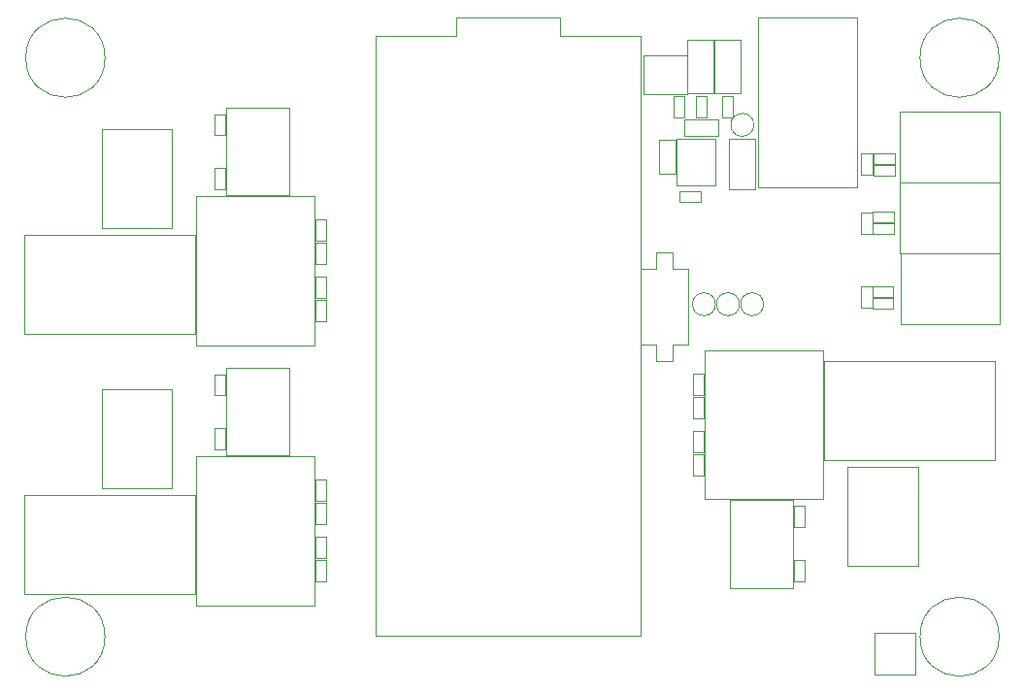
<source format=gbr>
%TF.GenerationSoftware,KiCad,Pcbnew,8.0.6+1*%
%TF.CreationDate,2024-11-30T04:25:24-08:00*%
%TF.ProjectId,pico-logic-analyzer,7069636f-2d6c-46f6-9769-632d616e616c,rev?*%
%TF.SameCoordinates,Original*%
%TF.FileFunction,Other,User*%
%FSLAX46Y46*%
G04 Gerber Fmt 4.6, Leading zero omitted, Abs format (unit mm)*
G04 Created by KiCad (PCBNEW 8.0.6+1) date 2024-11-30 04:25:24*
%MOMM*%
%LPD*%
G01*
G04 APERTURE LIST*
%ADD10C,0.050000*%
G04 APERTURE END LIST*
D10*
%TO.C,SW1*%
X179650000Y-73950000D02*
X181000000Y-73950000D01*
X179650000Y-80550000D02*
X179650000Y-73950000D01*
X181000000Y-72500000D02*
X182500000Y-72500000D01*
X181000000Y-73950000D02*
X181000000Y-72500000D01*
X181000000Y-80550000D02*
X179650000Y-80550000D01*
X181000000Y-82000000D02*
X181000000Y-80550000D01*
X182500000Y-72500000D02*
X182500000Y-73950000D01*
X182500000Y-73950000D02*
X183850000Y-73950000D01*
X182500000Y-80550000D02*
X182500000Y-82000000D01*
X182500000Y-82000000D02*
X181000000Y-82000000D01*
X183850000Y-73950000D02*
X183850000Y-80550000D01*
X183850000Y-80550000D02*
X182500000Y-80550000D01*
%TO.C,D1*%
X186100000Y-53900000D02*
X188400000Y-53900000D01*
X186100000Y-58600000D02*
X186100000Y-53900000D01*
X186100000Y-58600000D02*
X188400000Y-58600000D01*
X188400000Y-53900000D02*
X188400000Y-58600000D01*
%TO.C,R16*%
X198930000Y-63870000D02*
X199870000Y-63870000D01*
X198930000Y-65730000D02*
X198930000Y-63870000D01*
X199870000Y-63870000D02*
X199870000Y-65730000D01*
X199870000Y-65730000D02*
X198930000Y-65730000D01*
%TO.C,TP2*%
X186200000Y-77000000D02*
G75*
G02*
X184200000Y-77000000I-1000000J0D01*
G01*
X184200000Y-77000000D02*
G75*
G02*
X186200000Y-77000000I1000000J0D01*
G01*
%TO.C,U4*%
X143550000Y-59822500D02*
X143550000Y-67522500D01*
X143550000Y-67522500D02*
X149050000Y-67522500D01*
X149050000Y-59822500D02*
X143550000Y-59822500D01*
X149050000Y-67522500D02*
X149050000Y-59822500D01*
%TO.C,R2*%
X184530000Y-58830000D02*
X185470000Y-58830000D01*
X184530000Y-60690000D02*
X184530000Y-58830000D01*
X185470000Y-58830000D02*
X185470000Y-60690000D01*
X185470000Y-60690000D02*
X184530000Y-60690000D01*
%TO.C,J11*%
X200050000Y-105700000D02*
X200050000Y-109300000D01*
X200050000Y-109300000D02*
X203650000Y-109300000D01*
X203650000Y-105700000D02*
X200050000Y-105700000D01*
X203650000Y-109300000D02*
X203650000Y-105700000D01*
%TO.C,J5*%
X125950000Y-70930000D02*
X125950000Y-79580000D01*
X125950000Y-79580000D02*
X140800000Y-79580000D01*
X140800000Y-70930000D02*
X125950000Y-70930000D01*
X140800000Y-79580000D02*
X140800000Y-70930000D01*
%TO.C,U2*%
X179892500Y-55250000D02*
X179892500Y-58650000D01*
X179892500Y-58650000D02*
X183732500Y-58650000D01*
X183732500Y-55250000D02*
X179892500Y-55250000D01*
X183732500Y-58650000D02*
X183732500Y-55250000D01*
%TO.C,J1*%
X189940000Y-51950000D02*
X189940000Y-66800000D01*
X189940000Y-66800000D02*
X198590000Y-66800000D01*
X198590000Y-51950000D02*
X189940000Y-51950000D01*
X198590000Y-66800000D02*
X198590000Y-51950000D01*
%TO.C,C6*%
X142540000Y-65130000D02*
X143460000Y-65130000D01*
X142540000Y-66950000D02*
X142540000Y-65130000D01*
X143460000Y-65130000D02*
X143460000Y-66950000D01*
X143460000Y-66950000D02*
X142540000Y-66950000D01*
%TO.C,U3*%
X143550000Y-82512500D02*
X143550000Y-90212500D01*
X143550000Y-90212500D02*
X149050000Y-90212500D01*
X149050000Y-82512500D02*
X143550000Y-82512500D01*
X149050000Y-90212500D02*
X149050000Y-82512500D01*
%TO.C,R13*%
X184280000Y-88070000D02*
X185220000Y-88070000D01*
X184280000Y-89930000D02*
X184280000Y-88070000D01*
X185220000Y-88070000D02*
X185220000Y-89930000D01*
X185220000Y-89930000D02*
X184280000Y-89930000D01*
%TO.C,R7*%
X151280000Y-99320000D02*
X152220000Y-99320000D01*
X151280000Y-101180000D02*
X151280000Y-99320000D01*
X152220000Y-99320000D02*
X152220000Y-101180000D01*
X152220000Y-101180000D02*
X151280000Y-101180000D01*
%TO.C,J3*%
X125950000Y-93620000D02*
X125950000Y-102270000D01*
X125950000Y-102270000D02*
X140800000Y-102270000D01*
X140800000Y-93620000D02*
X125950000Y-93620000D01*
X140800000Y-102270000D02*
X140800000Y-93620000D01*
%TO.C,R3*%
X182530000Y-58820000D02*
X183470000Y-58820000D01*
X182530000Y-60680000D02*
X182530000Y-58820000D01*
X183470000Y-58820000D02*
X183470000Y-60680000D01*
X183470000Y-60680000D02*
X182530000Y-60680000D01*
%TO.C,R10*%
X151280000Y-74620000D02*
X152220000Y-74620000D01*
X151280000Y-76480000D02*
X151280000Y-74620000D01*
X152220000Y-74620000D02*
X152220000Y-76480000D01*
X152220000Y-76480000D02*
X151280000Y-76480000D01*
%TO.C,H4*%
X132950000Y-106000000D02*
G75*
G02*
X126050000Y-106000000I-3450000J0D01*
G01*
X126050000Y-106000000D02*
G75*
G02*
X132950000Y-106000000I3450000J0D01*
G01*
%TO.C,H2*%
X210950000Y-106000000D02*
G75*
G02*
X204050000Y-106000000I-3450000J0D01*
G01*
X204050000Y-106000000D02*
G75*
G02*
X210950000Y-106000000I3450000J0D01*
G01*
%TO.C,R21*%
X199880000Y-69940000D02*
X201740000Y-69940000D01*
X199880000Y-70880000D02*
X199880000Y-69940000D01*
X201740000Y-69940000D02*
X201740000Y-70880000D01*
X201740000Y-70880000D02*
X199880000Y-70880000D01*
%TO.C,C3*%
X183520000Y-60870000D02*
X186480000Y-60870000D01*
X183520000Y-62330000D02*
X183520000Y-60870000D01*
X186480000Y-60870000D02*
X186480000Y-62330000D01*
X186480000Y-62330000D02*
X183520000Y-62330000D01*
%TO.C,R18*%
X199970000Y-63830000D02*
X201830000Y-63830000D01*
X199970000Y-64770000D02*
X199970000Y-63830000D01*
X201830000Y-63830000D02*
X201830000Y-64770000D01*
X201830000Y-64770000D02*
X199970000Y-64770000D01*
%TO.C,R14*%
X184280000Y-85080000D02*
X185220000Y-85080000D01*
X184280000Y-86940000D02*
X184280000Y-85080000D01*
X185220000Y-85080000D02*
X185220000Y-86940000D01*
X185220000Y-86940000D02*
X184280000Y-86940000D01*
%TO.C,C2*%
X181270000Y-62620000D02*
X182730000Y-62620000D01*
X181270000Y-65580000D02*
X181270000Y-62620000D01*
X182730000Y-62620000D02*
X182730000Y-65580000D01*
X182730000Y-65580000D02*
X181270000Y-65580000D01*
%TO.C,R19*%
X198930000Y-68980000D02*
X199870000Y-68980000D01*
X198930000Y-70840000D02*
X198930000Y-68980000D01*
X199870000Y-68980000D02*
X199870000Y-70840000D01*
X199870000Y-70840000D02*
X198930000Y-70840000D01*
%TO.C,R23*%
X199870000Y-75440000D02*
X201730000Y-75440000D01*
X199870000Y-76380000D02*
X199870000Y-75440000D01*
X201730000Y-75440000D02*
X201730000Y-76380000D01*
X201730000Y-76380000D02*
X199870000Y-76380000D01*
%TO.C,J4*%
X132650000Y-61735000D02*
X132650000Y-70385000D01*
X132650000Y-70385000D02*
X138800000Y-70385000D01*
X138800000Y-61735000D02*
X132650000Y-61735000D01*
X138800000Y-70385000D02*
X138800000Y-61735000D01*
%TO.C,D2*%
X187350000Y-66950000D02*
X187350000Y-62550000D01*
X189650000Y-62550000D02*
X187350000Y-62550000D01*
X189650000Y-62550000D02*
X189650000Y-66950000D01*
X189650000Y-66950000D02*
X187350000Y-66950000D01*
%TO.C,R22*%
X198930000Y-75480000D02*
X199870000Y-75480000D01*
X198930000Y-77340000D02*
X198930000Y-75480000D01*
X199870000Y-75480000D02*
X199870000Y-77340000D01*
X199870000Y-77340000D02*
X198930000Y-77340000D01*
%TO.C,R17*%
X199970000Y-64830000D02*
X201830000Y-64830000D01*
X199970000Y-65770000D02*
X199970000Y-64830000D01*
X201830000Y-64830000D02*
X201830000Y-65770000D01*
X201830000Y-65770000D02*
X199970000Y-65770000D01*
%TO.C,U5*%
X187450000Y-94037500D02*
X187450000Y-101737500D01*
X187450000Y-101737500D02*
X192950000Y-101737500D01*
X192950000Y-94037500D02*
X187450000Y-94037500D01*
X192950000Y-101737500D02*
X192950000Y-94037500D01*
%TO.C,R6*%
X151280000Y-97310000D02*
X152220000Y-97310000D01*
X151280000Y-99170000D02*
X151280000Y-97310000D01*
X152220000Y-97310000D02*
X152220000Y-99170000D01*
X152220000Y-99170000D02*
X151280000Y-99170000D01*
%TO.C,R5*%
X151280000Y-94320000D02*
X152220000Y-94320000D01*
X151280000Y-96180000D02*
X151280000Y-94320000D01*
X152220000Y-94320000D02*
X152220000Y-96180000D01*
X152220000Y-96180000D02*
X151280000Y-96180000D01*
%TO.C,SW3*%
X140900000Y-67570000D02*
X140900000Y-80570000D01*
X140900000Y-80570000D02*
X151200000Y-80570000D01*
X151200000Y-67570000D02*
X140900000Y-67570000D01*
X151200000Y-80570000D02*
X151200000Y-67570000D01*
%TO.C,J6*%
X197700000Y-91175000D02*
X197700000Y-99825000D01*
X197700000Y-99825000D02*
X203850000Y-99825000D01*
X203850000Y-91175000D02*
X197700000Y-91175000D01*
X203850000Y-99825000D02*
X203850000Y-91175000D01*
%TO.C,R20*%
X199880000Y-68940000D02*
X201740000Y-68940000D01*
X199880000Y-69880000D02*
X199880000Y-68940000D01*
X201740000Y-68940000D02*
X201740000Y-69880000D01*
X201740000Y-69880000D02*
X199880000Y-69880000D01*
%TO.C,R12*%
X184280000Y-90080000D02*
X185220000Y-90080000D01*
X184280000Y-91940000D02*
X184280000Y-90080000D01*
X185220000Y-90080000D02*
X185220000Y-91940000D01*
X185220000Y-91940000D02*
X184280000Y-91940000D01*
%TO.C,C1*%
X183090000Y-67140000D02*
X184910000Y-67140000D01*
X183090000Y-68060000D02*
X183090000Y-67140000D01*
X184910000Y-67140000D02*
X184910000Y-68060000D01*
X184910000Y-68060000D02*
X183090000Y-68060000D01*
%TO.C,SW4*%
X185300000Y-80990000D02*
X185300000Y-93990000D01*
X185300000Y-93990000D02*
X195600000Y-93990000D01*
X195600000Y-80990000D02*
X185300000Y-80990000D01*
X195600000Y-93990000D02*
X195600000Y-80990000D01*
%TO.C,J2*%
X132650000Y-84425000D02*
X132650000Y-93075000D01*
X132650000Y-93075000D02*
X138800000Y-93075000D01*
X138800000Y-84425000D02*
X132650000Y-84425000D01*
X138800000Y-93075000D02*
X138800000Y-84425000D01*
%TO.C,C7*%
X142540000Y-60420000D02*
X143460000Y-60420000D01*
X142540000Y-62240000D02*
X142540000Y-60420000D01*
X143460000Y-60420000D02*
X143460000Y-62240000D01*
X143460000Y-62240000D02*
X142540000Y-62240000D01*
%TO.C,J10*%
X202350000Y-72600000D02*
X202350000Y-78750000D01*
X202350000Y-78750000D02*
X211000000Y-78750000D01*
X211000000Y-72600000D02*
X202350000Y-72600000D01*
X211000000Y-78750000D02*
X211000000Y-72600000D01*
%TO.C,H1*%
X210950000Y-55500000D02*
G75*
G02*
X204050000Y-55500000I-3450000J0D01*
G01*
X204050000Y-55500000D02*
G75*
G02*
X210950000Y-55500000I3450000J0D01*
G01*
%TO.C,R24*%
X199870000Y-76440000D02*
X201730000Y-76440000D01*
X199870000Y-77380000D02*
X199870000Y-76440000D01*
X201730000Y-76440000D02*
X201730000Y-77380000D01*
X201730000Y-77380000D02*
X199870000Y-77380000D01*
%TO.C,C5*%
X142540000Y-83110000D02*
X143460000Y-83110000D01*
X142540000Y-84930000D02*
X142540000Y-83110000D01*
X143460000Y-83110000D02*
X143460000Y-84930000D01*
X143460000Y-84930000D02*
X142540000Y-84930000D01*
%TO.C,TP4*%
X189550000Y-61350000D02*
G75*
G02*
X187550000Y-61350000I-1000000J0D01*
G01*
X187550000Y-61350000D02*
G75*
G02*
X189550000Y-61350000I1000000J0D01*
G01*
%TO.C,H3*%
X132950000Y-55500000D02*
G75*
G02*
X126050000Y-55500000I-3450000J0D01*
G01*
X126050000Y-55500000D02*
G75*
G02*
X132950000Y-55500000I3450000J0D01*
G01*
%TO.C,R4*%
X151280000Y-92310000D02*
X152220000Y-92310000D01*
X151280000Y-94170000D02*
X151280000Y-92310000D01*
X152220000Y-92310000D02*
X152220000Y-94170000D01*
X152220000Y-94170000D02*
X151280000Y-94170000D01*
%TO.C,TP3*%
X188300000Y-77000000D02*
G75*
G02*
X186300000Y-77000000I-1000000J0D01*
G01*
X186300000Y-77000000D02*
G75*
G02*
X188300000Y-77000000I1000000J0D01*
G01*
%TO.C,J8*%
X202320000Y-60190000D02*
X202320000Y-66340000D01*
X202320000Y-66340000D02*
X210970000Y-66340000D01*
X210970000Y-60190000D02*
X202320000Y-60190000D01*
X210970000Y-66340000D02*
X210970000Y-60190000D01*
%TO.C,R11*%
X151280000Y-76630000D02*
X152220000Y-76630000D01*
X151280000Y-78490000D02*
X151280000Y-76630000D01*
X152220000Y-76630000D02*
X152220000Y-78490000D01*
X152220000Y-78490000D02*
X151280000Y-78490000D01*
%TO.C,R1*%
X186780000Y-58820000D02*
X187720000Y-58820000D01*
X186780000Y-60680000D02*
X186780000Y-58820000D01*
X187720000Y-58820000D02*
X187720000Y-60680000D01*
X187720000Y-60680000D02*
X186780000Y-60680000D01*
%TO.C,J7*%
X195700000Y-81980000D02*
X195700000Y-90630000D01*
X195700000Y-90630000D02*
X210550000Y-90630000D01*
X210550000Y-81980000D02*
X195700000Y-81980000D01*
X210550000Y-90630000D02*
X210550000Y-81980000D01*
%TO.C,J9*%
X202320000Y-66400000D02*
X202320000Y-72550000D01*
X202320000Y-72550000D02*
X210970000Y-72550000D01*
X210970000Y-66400000D02*
X202320000Y-66400000D01*
X210970000Y-72550000D02*
X210970000Y-66400000D01*
%TO.C,C4*%
X142540000Y-87820000D02*
X143460000Y-87820000D01*
X142540000Y-89640000D02*
X142540000Y-87820000D01*
X143460000Y-87820000D02*
X143460000Y-89640000D01*
X143460000Y-89640000D02*
X142540000Y-89640000D01*
%TO.C,C8*%
X193040000Y-94610000D02*
X193960000Y-94610000D01*
X193040000Y-96430000D02*
X193040000Y-94610000D01*
X193960000Y-94610000D02*
X193960000Y-96430000D01*
X193960000Y-96430000D02*
X193040000Y-96430000D01*
%TO.C,A1*%
X172610000Y-53620000D02*
X179650000Y-53620000D01*
X179650000Y-105920000D01*
X156570000Y-105920000D01*
X156570000Y-53620000D01*
X163610000Y-53620000D01*
X163610000Y-51970000D01*
X172610000Y-51970000D01*
X172610000Y-53620000D01*
%TO.C,U1*%
X182820000Y-62550000D02*
X182820000Y-66650000D01*
X182820000Y-66650000D02*
X186220000Y-66650000D01*
X186220000Y-62550000D02*
X182820000Y-62550000D01*
X186220000Y-66650000D02*
X186220000Y-62550000D01*
%TO.C,C9*%
X193040000Y-99320000D02*
X193960000Y-99320000D01*
X193040000Y-101140000D02*
X193040000Y-99320000D01*
X193960000Y-99320000D02*
X193960000Y-101140000D01*
X193960000Y-101140000D02*
X193040000Y-101140000D01*
%TO.C,R15*%
X184280000Y-83070000D02*
X185220000Y-83070000D01*
X184280000Y-84930000D02*
X184280000Y-83070000D01*
X185220000Y-83070000D02*
X185220000Y-84930000D01*
X185220000Y-84930000D02*
X184280000Y-84930000D01*
%TO.C,SW2*%
X140900000Y-90260000D02*
X140900000Y-103260000D01*
X140900000Y-103260000D02*
X151200000Y-103260000D01*
X151200000Y-90260000D02*
X140900000Y-90260000D01*
X151200000Y-103260000D02*
X151200000Y-90260000D01*
%TO.C,D3*%
X183750000Y-53900000D02*
X186050000Y-53900000D01*
X183750000Y-58600000D02*
X183750000Y-53900000D01*
X183750000Y-58600000D02*
X186050000Y-58600000D01*
X186050000Y-53900000D02*
X186050000Y-58600000D01*
%TO.C,R9*%
X151280000Y-71630000D02*
X152220000Y-71630000D01*
X151280000Y-73490000D02*
X151280000Y-71630000D01*
X152220000Y-71630000D02*
X152220000Y-73490000D01*
X152220000Y-73490000D02*
X151280000Y-73490000D01*
%TO.C,R8*%
X151280000Y-69620000D02*
X152220000Y-69620000D01*
X151280000Y-71480000D02*
X151280000Y-69620000D01*
X152220000Y-69620000D02*
X152220000Y-71480000D01*
X152220000Y-71480000D02*
X151280000Y-71480000D01*
%TO.C,TP1*%
X190400000Y-77000000D02*
G75*
G02*
X188400000Y-77000000I-1000000J0D01*
G01*
X188400000Y-77000000D02*
G75*
G02*
X190400000Y-77000000I1000000J0D01*
G01*
%TD*%
M02*

</source>
